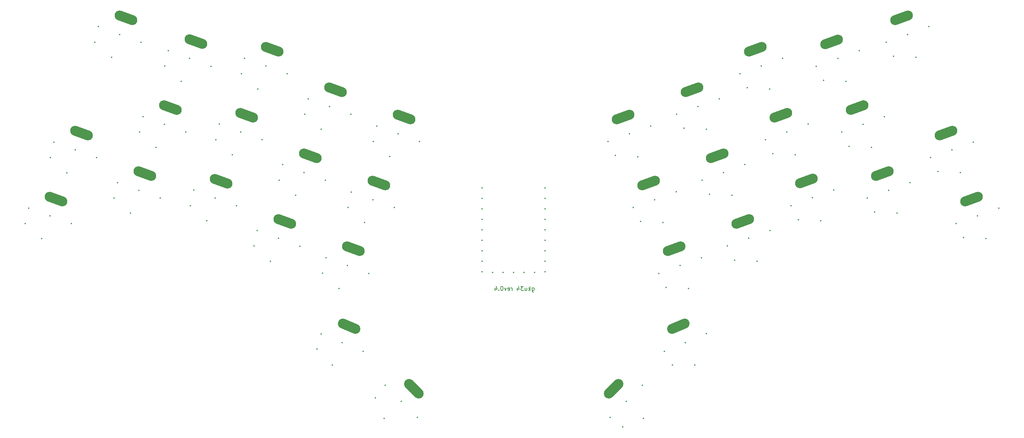
<source format=gbo>
%TF.GenerationSoftware,KiCad,Pcbnew,(6.0.11)*%
%TF.CreationDate,2024-03-25T22:13:47+09:00*%
%TF.ProjectId,gku34-bottom-plate,676b7533-342d-4626-9f74-746f6d2d706c,rev?*%
%TF.SameCoordinates,Original*%
%TF.FileFunction,Legend,Bot*%
%TF.FilePolarity,Positive*%
%FSLAX46Y46*%
G04 Gerber Fmt 4.6, Leading zero omitted, Abs format (unit mm)*
G04 Created by KiCad (PCBNEW (6.0.11)) date 2024-03-25 22:13:47*
%MOMM*%
%LPD*%
G01*
G04 APERTURE LIST*
G04 Aperture macros list*
%AMHorizOval*
0 Thick line with rounded ends*
0 $1 width*
0 $2 $3 position (X,Y) of the first rounded end (center of the circle)*
0 $4 $5 position (X,Y) of the second rounded end (center of the circle)*
0 Add line between two ends*
20,1,$1,$2,$3,$4,$5,0*
0 Add two circle primitives to create the rounded ends*
1,1,$1,$2,$3*
1,1,$1,$4,$5*%
G04 Aperture macros list end*
%ADD10C,0.200000*%
%ADD11HorizOval,2.399999X-1.550493X-0.564333X1.550493X0.564333X0*%
%ADD12C,0.350000*%
%ADD13HorizOval,2.399999X-1.550493X0.564333X1.550493X-0.564333X0*%
%ADD14HorizOval,2.399999X-1.166726X-1.166726X1.166726X1.166726X0*%
%ADD15HorizOval,2.399999X-1.166726X1.166726X1.166726X-1.166726X0*%
%ADD16HorizOval,2.399999X-1.518833X0.644706X1.518833X-0.644706X0*%
%ADD17HorizOval,2.399999X-1.518833X-0.644706X1.518833X0.644706X0*%
G04 APERTURE END LIST*
D10*
X143985714Y-90463714D02*
X143985714Y-91273238D01*
X144033333Y-91368476D01*
X144080952Y-91416095D01*
X144176190Y-91463714D01*
X144319047Y-91463714D01*
X144414285Y-91416095D01*
X143985714Y-91082761D02*
X144080952Y-91130380D01*
X144271428Y-91130380D01*
X144366666Y-91082761D01*
X144414285Y-91035142D01*
X144461904Y-90939904D01*
X144461904Y-90654190D01*
X144414285Y-90558952D01*
X144366666Y-90511333D01*
X144271428Y-90463714D01*
X144080952Y-90463714D01*
X143985714Y-90511333D01*
X143509523Y-91130380D02*
X143509523Y-90130380D01*
X143414285Y-90749428D02*
X143128571Y-91130380D01*
X143128571Y-90463714D02*
X143509523Y-90844666D01*
X142271428Y-90463714D02*
X142271428Y-91130380D01*
X142700000Y-90463714D02*
X142700000Y-90987523D01*
X142652380Y-91082761D01*
X142557142Y-91130380D01*
X142414285Y-91130380D01*
X142319047Y-91082761D01*
X142271428Y-91035142D01*
X141890476Y-90130380D02*
X141271428Y-90130380D01*
X141604761Y-90511333D01*
X141461904Y-90511333D01*
X141366666Y-90558952D01*
X141319047Y-90606571D01*
X141271428Y-90701809D01*
X141271428Y-90939904D01*
X141319047Y-91035142D01*
X141366666Y-91082761D01*
X141461904Y-91130380D01*
X141747619Y-91130380D01*
X141842857Y-91082761D01*
X141890476Y-91035142D01*
X140414285Y-90463714D02*
X140414285Y-91130380D01*
X140652380Y-90082761D02*
X140890476Y-90797047D01*
X140271428Y-90797047D01*
X139128571Y-91130380D02*
X139128571Y-90463714D01*
X139128571Y-90654190D02*
X139080952Y-90558952D01*
X139033333Y-90511333D01*
X138938095Y-90463714D01*
X138842857Y-90463714D01*
X138128571Y-91082761D02*
X138223809Y-91130380D01*
X138414285Y-91130380D01*
X138509523Y-91082761D01*
X138557142Y-90987523D01*
X138557142Y-90606571D01*
X138509523Y-90511333D01*
X138414285Y-90463714D01*
X138223809Y-90463714D01*
X138128571Y-90511333D01*
X138080952Y-90606571D01*
X138080952Y-90701809D01*
X138557142Y-90797047D01*
X137747619Y-90463714D02*
X137509523Y-91130380D01*
X137271428Y-90463714D01*
X136700000Y-90130380D02*
X136604761Y-90130380D01*
X136509523Y-90178000D01*
X136461904Y-90225619D01*
X136414285Y-90320857D01*
X136366666Y-90511333D01*
X136366666Y-90749428D01*
X136414285Y-90939904D01*
X136461904Y-91035142D01*
X136509523Y-91082761D01*
X136604761Y-91130380D01*
X136700000Y-91130380D01*
X136795238Y-91082761D01*
X136842857Y-91035142D01*
X136890476Y-90939904D01*
X136938095Y-90749428D01*
X136938095Y-90511333D01*
X136890476Y-90320857D01*
X136842857Y-90225619D01*
X136795238Y-90178000D01*
X136700000Y-90130380D01*
X135938095Y-91035142D02*
X135890476Y-91082761D01*
X135938095Y-91130380D01*
X135985714Y-91082761D01*
X135938095Y-91035142D01*
X135938095Y-91130380D01*
X135033333Y-90463714D02*
X135033333Y-91130380D01*
X135271428Y-90082761D02*
X135509523Y-90797047D01*
X134890476Y-90797047D01*
D11*
X198000000Y-32670000D03*
D12*
X201494762Y-42271779D03*
X204645152Y-34846482D03*
X196078056Y-42008526D03*
X194308534Y-38608704D03*
X199476843Y-36727593D03*
X65242081Y-74234186D03*
X62091691Y-66808889D03*
X67260000Y-68690000D03*
X61261860Y-70550731D03*
X72428309Y-70571111D03*
D13*
X68736843Y-64632407D03*
D12*
X147125000Y-84025000D03*
X147125000Y-81485000D03*
X131885000Y-66245000D03*
X144585000Y-86768200D03*
X134425000Y-86768200D03*
X147125000Y-76405000D03*
X147125000Y-86565000D03*
X131885000Y-68785000D03*
X139505000Y-86768200D03*
X147125000Y-68785000D03*
X131885000Y-84025000D03*
X131885000Y-71325000D03*
X131885000Y-76405000D03*
X147125000Y-73865000D03*
X131885000Y-86565000D03*
X147125000Y-78945000D03*
X136965000Y-86768200D03*
X131885000Y-73865000D03*
X131885000Y-78945000D03*
X147125000Y-71325000D03*
X131885000Y-81485000D03*
X142045000Y-86768200D03*
X147125000Y-66245000D03*
X67421860Y-54550731D03*
D13*
X74896843Y-48632407D03*
D12*
X73420000Y-52690000D03*
X68251691Y-50808889D03*
X78588309Y-54571111D03*
X71402081Y-58234186D03*
D13*
X113036843Y-49092407D03*
D12*
X109542081Y-58694186D03*
X105561860Y-55010731D03*
X116728309Y-55031111D03*
X106391691Y-51268889D03*
X111560000Y-53150000D03*
X214541213Y-40180933D03*
X219957919Y-40444186D03*
D11*
X216463157Y-30842407D03*
D12*
X217940000Y-34900000D03*
X223108309Y-33018889D03*
X212771691Y-36781111D03*
X42811860Y-68720731D03*
D13*
X50286843Y-62802407D03*
D12*
X46792081Y-72404186D03*
X48810000Y-66860000D03*
X53978309Y-68741111D03*
X43641691Y-64978889D03*
X100251691Y-67258889D03*
D13*
X106896843Y-65082407D03*
D12*
X110588309Y-71021111D03*
X99421860Y-71000731D03*
X103402081Y-74684186D03*
X105420000Y-69140000D03*
X240018309Y-27198889D03*
X234850000Y-29080000D03*
X229681691Y-30961111D03*
D11*
X233373157Y-25022407D03*
D12*
X236867919Y-34624186D03*
X231451213Y-34360933D03*
X66281466Y-36778704D03*
X55115017Y-36758324D03*
X61113157Y-34897593D03*
D13*
X62590000Y-30840000D03*
D12*
X55944848Y-33016482D03*
X59095238Y-40441779D03*
X166750000Y-117970000D03*
X170921930Y-122141930D03*
X162860913Y-121859087D03*
D14*
X163696713Y-114916713D03*
D12*
X170639087Y-114080913D03*
X165901472Y-124192540D03*
X196410000Y-78480000D03*
D11*
X194933157Y-74422407D03*
D12*
X201578309Y-76598889D03*
X191241691Y-80361111D03*
X193011213Y-83760933D03*
X198427919Y-84024186D03*
X248388056Y-78308526D03*
D11*
X250310000Y-68970000D03*
D12*
X246618534Y-74908704D03*
X251786843Y-73027593D03*
X256955152Y-71146482D03*
X253804762Y-78571779D03*
X235418309Y-64978889D03*
D11*
X228773157Y-62802407D03*
D12*
X230250000Y-66860000D03*
X232267919Y-72404186D03*
X225081691Y-68741111D03*
X226851213Y-72140933D03*
D13*
X84106843Y-74442407D03*
D12*
X76631860Y-80360731D03*
X87798309Y-80381111D03*
X77461691Y-76618889D03*
X80612081Y-84044186D03*
X82630000Y-78500000D03*
X205641691Y-52701111D03*
D11*
X204164848Y-48643518D03*
D12*
X200473382Y-54582222D03*
X202242904Y-57982044D03*
X210810000Y-50820000D03*
X207659610Y-58245297D03*
X60148309Y-52751111D03*
X54980000Y-50870000D03*
D13*
X56456843Y-46812407D03*
D12*
X52962081Y-56414186D03*
X49811691Y-48988889D03*
X48981860Y-52730731D03*
X184116843Y-46537593D03*
X189285152Y-44656482D03*
D11*
X182640000Y-42480000D03*
D12*
X180718056Y-51818526D03*
X178948534Y-48418704D03*
X186134762Y-52081779D03*
D13*
X28756843Y-68972407D03*
D12*
X25262081Y-78574186D03*
X21281860Y-74890731D03*
X32448309Y-74911111D03*
X22111691Y-71148889D03*
X27280000Y-73030000D03*
X216978309Y-66788889D03*
X206641691Y-70551111D03*
X213827919Y-74214186D03*
D11*
X210333157Y-64612407D03*
D12*
X211810000Y-68670000D03*
X208411213Y-73950933D03*
X97225238Y-90641779D03*
X93245017Y-86958324D03*
X99243157Y-85097593D03*
X104411466Y-86978704D03*
D13*
X100720000Y-81040000D03*
D12*
X94074848Y-83216482D03*
X173656843Y-69127593D03*
X175674762Y-74671779D03*
D11*
X172180000Y-65070000D03*
D12*
X178825152Y-67246482D03*
X168488534Y-71008704D03*
X170258056Y-74408526D03*
X106087460Y-117121472D03*
X116199087Y-121859087D03*
X112310000Y-117970000D03*
D15*
X115363287Y-114916713D03*
D12*
X108420913Y-114080913D03*
X108138070Y-122141930D03*
X92921963Y-101628156D03*
X97984740Y-103777177D03*
D16*
X99671917Y-99802437D03*
D12*
X91897437Y-105321440D03*
X95679426Y-109208156D03*
X103047517Y-105926198D03*
X169514762Y-58701779D03*
X167496843Y-53157593D03*
X164098056Y-58438526D03*
D11*
X166020000Y-49100000D03*
D12*
X172665152Y-51276482D03*
X162328534Y-55038704D03*
D13*
X90266843Y-58462407D03*
D12*
X82791860Y-64380731D03*
X88790000Y-62520000D03*
X86772081Y-68064186D03*
X93958309Y-64401111D03*
X83621691Y-60638889D03*
X220698056Y-56168526D03*
X218928534Y-52768704D03*
X226114762Y-56431779D03*
D11*
X222620000Y-46830000D03*
D12*
X224096843Y-50887593D03*
X229265152Y-49006482D03*
X177962254Y-109221574D03*
D17*
X179392823Y-99795260D03*
D12*
X186142777Y-101620979D03*
X183385314Y-109200979D03*
X181080000Y-103770000D03*
X176017223Y-105919021D03*
X39021691Y-27198889D03*
D13*
X45666843Y-25022407D03*
D12*
X38191860Y-30940731D03*
X49358309Y-30961111D03*
X42172081Y-34624186D03*
X44190000Y-29080000D03*
X195438309Y-60628889D03*
X190270000Y-62510000D03*
X185101691Y-64391111D03*
X186871213Y-67790933D03*
D11*
X188793157Y-58452407D03*
D12*
X192287919Y-68054186D03*
X74421691Y-34858889D03*
D13*
X81066843Y-32682407D03*
D12*
X77572081Y-42284186D03*
X73591860Y-38600731D03*
X84758309Y-38621111D03*
X79590000Y-36740000D03*
X184985152Y-83216482D03*
X174648534Y-86978704D03*
D11*
X178340000Y-81040000D03*
D12*
X181834762Y-90641779D03*
X176418056Y-90378526D03*
X179816843Y-85097593D03*
D11*
X244140000Y-52980000D03*
D12*
X247634762Y-62581779D03*
X242218056Y-62318526D03*
X250785152Y-55156482D03*
X245616843Y-57037593D03*
X240448534Y-58918704D03*
D13*
X96426843Y-42472407D03*
D12*
X88951860Y-48390731D03*
X100118309Y-48411111D03*
X92932081Y-52074186D03*
X89781691Y-44648889D03*
X94950000Y-46530000D03*
D13*
X34910000Y-52990000D03*
D12*
X28264848Y-55166482D03*
X33433157Y-57047593D03*
X27435017Y-58908324D03*
X38601466Y-58928704D03*
X31415238Y-62591779D03*
M02*

</source>
